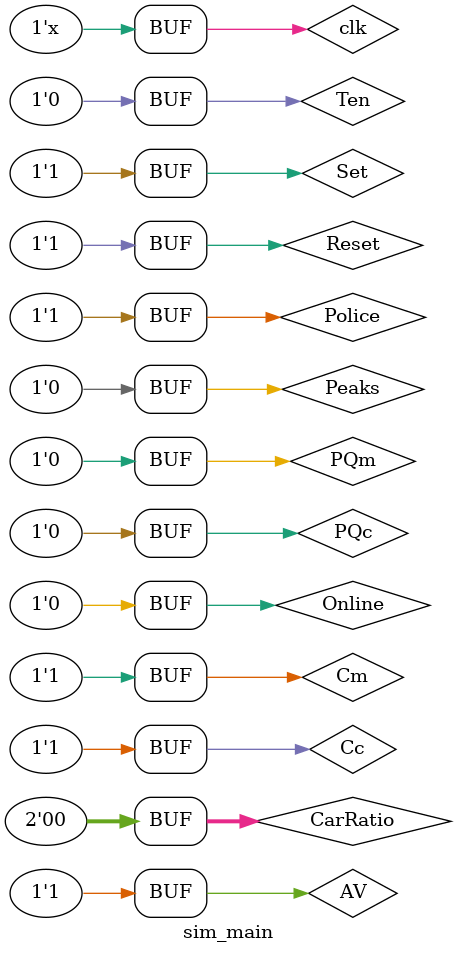
<source format=v>
module sim_main();
    reg Online, Set, Reset, Peaks, Ten;
    reg Cm, PQm, Cc, PQc;
    reg [1 : 0]CarRatio;
    reg clk;
    wire [2 : 0]LED16, LED17;
    wire Source;
    wire [ 7 : 0]SIG_C, AN;
    wire [ 3 : 0]control_state;
    reg Police, AV;

    wire [ 6 : 0]main_rest_time, sub_rest_time;

    Main sim_main(clk, Online, Set, Reset, Peaks, Ten,Police, AV, 
     Cm, PQm, Cc, PQc, CarRatio, Source,
     LED16, LED17, SIG_C, AN, main_rest_time,sub_rest_time,
     control_state);
    initial begin
        Online = 0; Reset = 0; Ten = 0;
        Set = 0; Peaks <= 0; Cm = 1;clk = 0;
        PQm = 0; Cc = 1; PQc = 0; CarRatio = 0;
        AV = 0; Police = 0;
        #20 Reset = 1; #40 Set = 1;
        #100 Set = 0; #100 Set = 1;
        #2970 Online = 1; #300 Online = 0;

        #20 Peaks = 1; #100 CarRatio = 1;

        #2800 CarRatio = 0;
              Peaks = 0;
        #50 Cc = 0; #1200 Cc = 1;
        
        #20 Reset = 0;

        #100 Reset = 1; #100 Cc = 0;
        #500 PQm = 1; #800 PQm = 0;
        #200 Cc = 1; #500 Ten = 1;
        #500 Ten = 0;
        #500 Police = 1;
        #500 AV = 1;
    end
    always begin 
        #5 clk = ~clk;
    end
endmodule // module_online
</source>
